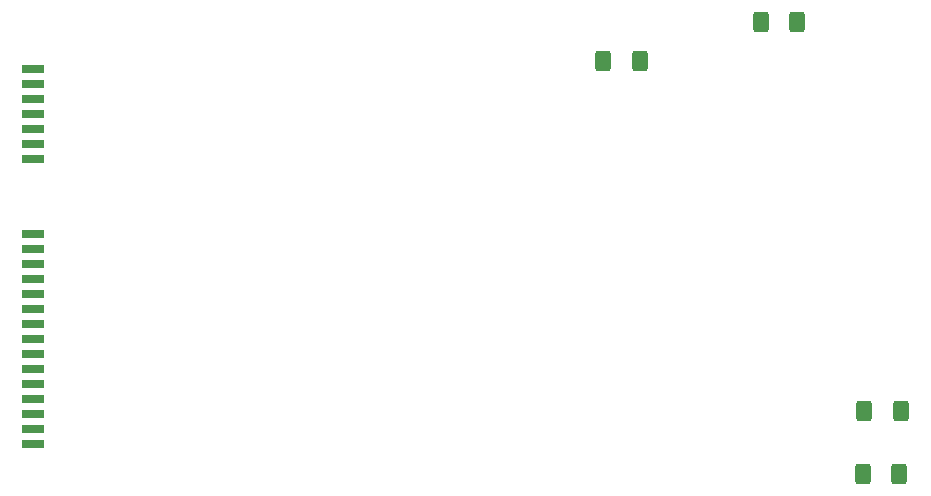
<source format=gbr>
%TF.GenerationSoftware,KiCad,Pcbnew,(6.0.5)*%
%TF.CreationDate,2022-05-12T23:47:52-05:00*%
%TF.ProjectId,RGBFAN,52474246-414e-42e6-9b69-6361645f7063,rev?*%
%TF.SameCoordinates,Original*%
%TF.FileFunction,Paste,Top*%
%TF.FilePolarity,Positive*%
%FSLAX46Y46*%
G04 Gerber Fmt 4.6, Leading zero omitted, Abs format (unit mm)*
G04 Created by KiCad (PCBNEW (6.0.5)) date 2022-05-12 23:47:52*
%MOMM*%
%LPD*%
G01*
G04 APERTURE LIST*
G04 Aperture macros list*
%AMRoundRect*
0 Rectangle with rounded corners*
0 $1 Rounding radius*
0 $2 $3 $4 $5 $6 $7 $8 $9 X,Y pos of 4 corners*
0 Add a 4 corners polygon primitive as box body*
4,1,4,$2,$3,$4,$5,$6,$7,$8,$9,$2,$3,0*
0 Add four circle primitives for the rounded corners*
1,1,$1+$1,$2,$3*
1,1,$1+$1,$4,$5*
1,1,$1+$1,$6,$7*
1,1,$1+$1,$8,$9*
0 Add four rect primitives between the rounded corners*
20,1,$1+$1,$2,$3,$4,$5,0*
20,1,$1+$1,$4,$5,$6,$7,0*
20,1,$1+$1,$6,$7,$8,$9,0*
20,1,$1+$1,$8,$9,$2,$3,0*%
G04 Aperture macros list end*
%ADD10RoundRect,0.250000X-0.400000X-0.625000X0.400000X-0.625000X0.400000X0.625000X-0.400000X0.625000X0*%
%ADD11R,1.900000X0.650000*%
G04 APERTURE END LIST*
D10*
%TO.C,470 ohm 1206 resistor*%
X144425000Y-75692000D03*
X141325000Y-75692000D03*
%TD*%
%TO.C,470 ohm 1206 resistor*%
X149961000Y-113919000D03*
X153061000Y-113919000D03*
%TD*%
%TO.C,470 ohm 1206 resistor*%
X150088000Y-108585000D03*
X153188000Y-108585000D03*
%TD*%
%TO.C,470 ohm 1206 resistor*%
X127990000Y-78994000D03*
X131090000Y-78994000D03*
%TD*%
D11*
%TO.C,SATA CONNECTOR*%
X79735080Y-93599000D03*
X79735080Y-94869000D03*
X79735080Y-96139000D03*
X79735080Y-97409000D03*
X79735080Y-98679000D03*
X79735080Y-99949000D03*
X79735080Y-101219000D03*
X79735080Y-102489000D03*
X79735080Y-103759000D03*
X79735080Y-105029000D03*
X79735080Y-106299000D03*
X79735080Y-107569000D03*
X79735080Y-108839000D03*
X79735080Y-110109000D03*
X79735080Y-111379000D03*
X79735080Y-79634000D03*
X79735080Y-80904000D03*
X79735080Y-82174000D03*
X79735080Y-83444000D03*
X79735080Y-84714000D03*
X79735080Y-85984000D03*
X79735080Y-87254000D03*
%TD*%
M02*

</source>
